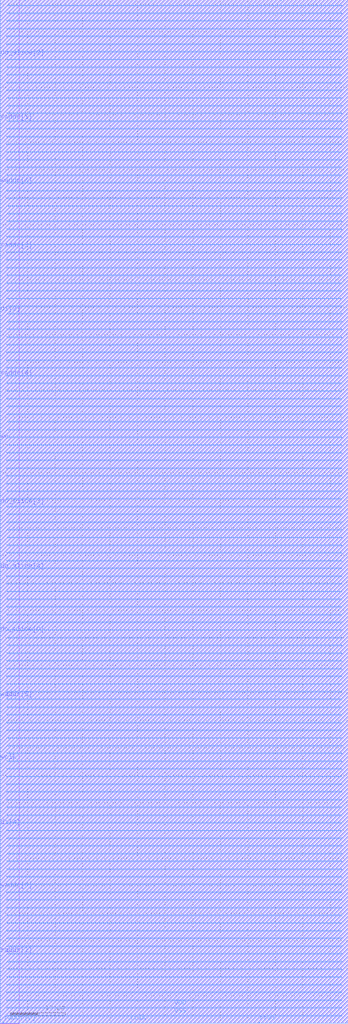
<source format=lef>
VERSION 5.8 ;
BUSBITCHARS "[]" ;
DIVIDERCHAR "/" ;
UNITS
    DATABASE MICRONS 2000 ;
END UNITS

MACRO memory_block_128x8
  FOREIGN memory_block_128x8 0 0 ;
  CLASS BLOCK ;
  SIZE 63.28 BY 185.84 ;
  PIN VSS
    USE GROUND ;
    DIRECTION INOUT ;
    PORT
      LAYER metal4 ;
        RECT  1.14 183.315 62.13 183.485 ;
        RECT  1.14 180.515 62.13 180.685 ;
        RECT  1.14 177.715 62.13 177.885 ;
        RECT  1.14 174.915 62.13 175.085 ;
        RECT  1.14 172.115 62.13 172.285 ;
        RECT  1.14 169.315 62.13 169.485 ;
        RECT  1.14 166.515 62.13 166.685 ;
        RECT  1.14 163.715 62.13 163.885 ;
        RECT  1.14 160.915 62.13 161.085 ;
        RECT  1.14 158.115 62.13 158.285 ;
        RECT  1.14 155.315 62.13 155.485 ;
        RECT  1.14 152.515 62.13 152.685 ;
        RECT  1.14 149.715 62.13 149.885 ;
        RECT  1.14 146.915 62.13 147.085 ;
        RECT  1.14 144.115 62.13 144.285 ;
        RECT  1.14 141.315 62.13 141.485 ;
        RECT  1.14 138.515 62.13 138.685 ;
        RECT  1.14 135.715 62.13 135.885 ;
        RECT  1.14 132.915 62.13 133.085 ;
        RECT  1.14 130.115 62.13 130.285 ;
        RECT  1.14 127.315 62.13 127.485 ;
        RECT  1.14 124.515 62.13 124.685 ;
        RECT  1.14 121.715 62.13 121.885 ;
        RECT  1.14 118.915 62.13 119.085 ;
        RECT  1.14 116.115 62.13 116.285 ;
        RECT  1.14 113.315 62.13 113.485 ;
        RECT  1.14 110.515 62.13 110.685 ;
        RECT  1.14 107.715 62.13 107.885 ;
        RECT  1.14 104.915 62.13 105.085 ;
        RECT  1.14 102.115 62.13 102.285 ;
        RECT  1.14 99.315 62.13 99.485 ;
        RECT  1.14 96.515 62.13 96.685 ;
        RECT  1.14 93.715 62.13 93.885 ;
        RECT  1.14 90.915 62.13 91.085 ;
        RECT  1.14 88.115 62.13 88.285 ;
        RECT  1.14 85.315 62.13 85.485 ;
        RECT  1.14 82.515 62.13 82.685 ;
        RECT  1.14 79.715 62.13 79.885 ;
        RECT  1.14 76.915 62.13 77.085 ;
        RECT  1.14 74.115 62.13 74.285 ;
        RECT  1.14 71.315 62.13 71.485 ;
        RECT  1.14 68.515 62.13 68.685 ;
        RECT  1.14 65.715 62.13 65.885 ;
        RECT  1.14 62.915 62.13 63.085 ;
        RECT  1.14 60.115 62.13 60.285 ;
        RECT  1.14 57.315 62.13 57.485 ;
        RECT  1.14 54.515 62.13 54.685 ;
        RECT  1.14 51.715 62.13 51.885 ;
        RECT  1.14 48.915 62.13 49.085 ;
        RECT  1.14 46.115 62.13 46.285 ;
        RECT  1.14 43.315 62.13 43.485 ;
        RECT  1.14 40.515 62.13 40.685 ;
        RECT  1.14 37.715 62.13 37.885 ;
        RECT  1.14 34.915 62.13 35.085 ;
        RECT  1.14 32.115 62.13 32.285 ;
        RECT  1.14 29.315 62.13 29.485 ;
        RECT  1.14 26.515 62.13 26.685 ;
        RECT  1.14 23.715 62.13 23.885 ;
        RECT  1.14 20.915 62.13 21.085 ;
        RECT  1.14 18.115 62.13 18.285 ;
        RECT  1.14 15.315 62.13 15.485 ;
        RECT  1.14 12.515 62.13 12.685 ;
        RECT  1.14 9.715 62.13 9.885 ;
        RECT  1.14 6.915 62.13 7.085 ;
        RECT  1.14 4.115 62.13 4.285 ;
        RECT  1.14 1.315 62.13 1.485 ;
    END
  END VSS
  PIN VDD
    USE POWER ;
    DIRECTION INOUT ;
    PORT
      LAYER metal4 ;
        RECT  1.14 184.715 62.13 184.885 ;
        RECT  1.14 181.915 62.13 182.085 ;
        RECT  1.14 179.115 62.13 179.285 ;
        RECT  1.14 176.315 62.13 176.485 ;
        RECT  1.14 173.515 62.13 173.685 ;
        RECT  1.14 170.715 62.13 170.885 ;
        RECT  1.14 167.915 62.13 168.085 ;
        RECT  1.14 165.115 62.13 165.285 ;
        RECT  1.14 162.315 62.13 162.485 ;
        RECT  1.14 159.515 62.13 159.685 ;
        RECT  1.14 156.715 62.13 156.885 ;
        RECT  1.14 153.915 62.13 154.085 ;
        RECT  1.14 151.115 62.13 151.285 ;
        RECT  1.14 148.315 62.13 148.485 ;
        RECT  1.14 145.515 62.13 145.685 ;
        RECT  1.14 142.715 62.13 142.885 ;
        RECT  1.14 139.915 62.13 140.085 ;
        RECT  1.14 137.115 62.13 137.285 ;
        RECT  1.14 134.315 62.13 134.485 ;
        RECT  1.14 131.515 62.13 131.685 ;
        RECT  1.14 128.715 62.13 128.885 ;
        RECT  1.14 125.915 62.13 126.085 ;
        RECT  1.14 123.115 62.13 123.285 ;
        RECT  1.14 120.315 62.13 120.485 ;
        RECT  1.14 117.515 62.13 117.685 ;
        RECT  1.14 114.715 62.13 114.885 ;
        RECT  1.14 111.915 62.13 112.085 ;
        RECT  1.14 109.115 62.13 109.285 ;
        RECT  1.14 106.315 62.13 106.485 ;
        RECT  1.14 103.515 62.13 103.685 ;
        RECT  1.14 100.715 62.13 100.885 ;
        RECT  1.14 97.915 62.13 98.085 ;
        RECT  1.14 95.115 62.13 95.285 ;
        RECT  1.14 92.315 62.13 92.485 ;
        RECT  1.14 89.515 62.13 89.685 ;
        RECT  1.14 86.715 62.13 86.885 ;
        RECT  1.14 83.915 62.13 84.085 ;
        RECT  1.14 81.115 62.13 81.285 ;
        RECT  1.14 78.315 62.13 78.485 ;
        RECT  1.14 75.515 62.13 75.685 ;
        RECT  1.14 72.715 62.13 72.885 ;
        RECT  1.14 69.915 62.13 70.085 ;
        RECT  1.14 67.115 62.13 67.285 ;
        RECT  1.14 64.315 62.13 64.485 ;
        RECT  1.14 61.515 62.13 61.685 ;
        RECT  1.14 58.715 62.13 58.885 ;
        RECT  1.14 55.915 62.13 56.085 ;
        RECT  1.14 53.115 62.13 53.285 ;
        RECT  1.14 50.315 62.13 50.485 ;
        RECT  1.14 47.515 62.13 47.685 ;
        RECT  1.14 44.715 62.13 44.885 ;
        RECT  1.14 41.915 62.13 42.085 ;
        RECT  1.14 39.115 62.13 39.285 ;
        RECT  1.14 36.315 62.13 36.485 ;
        RECT  1.14 33.515 62.13 33.685 ;
        RECT  1.14 30.715 62.13 30.885 ;
        RECT  1.14 27.915 62.13 28.085 ;
        RECT  1.14 25.115 62.13 25.285 ;
        RECT  1.14 22.315 62.13 22.485 ;
        RECT  1.14 19.515 62.13 19.685 ;
        RECT  1.14 16.715 62.13 16.885 ;
        RECT  1.14 13.915 62.13 14.085 ;
        RECT  1.14 11.115 62.13 11.285 ;
        RECT  1.14 8.315 62.13 8.485 ;
        RECT  1.14 5.515 62.13 5.685 ;
        RECT  1.14 2.715 62.13 2.885 ;
    END
  END VDD
  PIN di[0]
    DIRECTION INPUT ;
    USE SIGNAL ;
    PORT
      LAYER metal3 ;
        RECT  63.21 27.755 63.28 27.825 ;
    END
  END di[0]
  PIN di[1]
    DIRECTION INPUT ;
    USE SIGNAL ;
    PORT
      LAYER metal3 ;
        RECT  63.21 74.515 63.28 74.585 ;
    END
  END di[1]
  PIN di[2]
    DIRECTION INPUT ;
    USE SIGNAL ;
    PORT
      LAYER metal3 ;
        RECT  0 128.835 0.07 128.905 ;
    END
  END di[2]
  PIN di[3]
    DIRECTION INPUT ;
    USE SIGNAL ;
    PORT
      LAYER metal4 ;
        RECT  27.465 185.7 27.605 185.84 ;
    END
  END di[3]
  PIN di[4]
    DIRECTION INPUT ;
    USE SIGNAL ;
    PORT
      LAYER metal3 ;
        RECT  0 35.595 0.07 35.665 ;
    END
  END di[4]
  PIN di[5]
    DIRECTION INPUT ;
    USE SIGNAL ;
    PORT
      LAYER metal3 ;
        RECT  63.21 4.515 63.28 4.585 ;
    END
  END di[5]
  PIN di[6]
    DIRECTION INPUT ;
    USE SIGNAL ;
    PORT
      LAYER metal3 ;
        RECT  63.21 62.755 63.28 62.825 ;
    END
  END di[6]
  PIN di[7]
    DIRECTION INPUT ;
    USE SIGNAL ;
    PORT
      LAYER metal4 ;
        RECT  4.505 185.7 4.645 185.84 ;
    END
  END di[7]
  PIN do_slice[0]
    DIRECTION OUTPUT ;
    USE SIGNAL ;
    PORT
      LAYER metal3 ;
        RECT  0 70.595 0.07 70.665 ;
    END
  END do_slice[0]
  PIN do_slice[1]
    DIRECTION OUTPUT ;
    USE SIGNAL ;
    PORT
      LAYER metal3 ;
        RECT  63.21 144.235 63.28 144.305 ;
    END
  END do_slice[1]
  PIN do_slice[2]
    DIRECTION OUTPUT ;
    USE SIGNAL ;
    PORT
      LAYER metal3 ;
        RECT  0 175.315 0.07 175.385 ;
    END
  END do_slice[2]
  PIN do_slice[3]
    DIRECTION OUTPUT ;
    USE SIGNAL ;
    PORT
      LAYER metal3 ;
        RECT  0 93.835 0.07 93.905 ;
    END
  END do_slice[3]
  PIN do_slice[4]
    DIRECTION OUTPUT ;
    USE SIGNAL ;
    PORT
      LAYER metal3 ;
        RECT  0 82.075 0.07 82.145 ;
    END
  END do_slice[4]
  PIN do_slice[5]
    DIRECTION OUTPUT ;
    USE SIGNAL ;
    PORT
      LAYER metal3 ;
        RECT  63.21 85.995 63.28 86.065 ;
    END
  END do_slice[5]
  PIN do_slice[6]
    DIRECTION OUTPUT ;
    USE SIGNAL ;
    PORT
      LAYER metal3 ;
        RECT  63.21 132.475 63.28 132.545 ;
    END
  END do_slice[6]
  PIN do_slice[7]
    DIRECTION OUTPUT ;
    USE SIGNAL ;
    PORT
      LAYER metal3 ;
        RECT  63.21 155.995 63.28 156.065 ;
    END
  END do_slice[7]
  PIN raddr[0]
    DIRECTION INPUT ;
    USE SIGNAL ;
    PORT
      LAYER metal4 ;
        RECT  0.585 0 0.725 0.14 ;
    END
  END raddr[0]
  PIN raddr[1]
    DIRECTION INPUT ;
    USE SIGNAL ;
    PORT
      LAYER metal3 ;
        RECT  0 163.555 0.07 163.625 ;
    END
  END raddr[1]
  PIN raddr[2]
    DIRECTION INPUT ;
    USE SIGNAL ;
    PORT
      LAYER metal3 ;
        RECT  0 12.355 0.07 12.425 ;
    END
  END raddr[2]
  PIN raddr[3]
    DIRECTION INPUT ;
    USE SIGNAL ;
    PORT
      LAYER metal3 ;
        RECT  0 140.315 0.07 140.385 ;
    END
  END raddr[3]
  PIN raddr[4]
    DIRECTION INPUT ;
    USE SIGNAL ;
    PORT
      LAYER metal3 ;
        RECT  0 117.075 0.07 117.145 ;
    END
  END raddr[4]
  PIN raddr[5]
    DIRECTION INPUT ;
    USE SIGNAL ;
    PORT
      LAYER metal3 ;
        RECT  63.21 50.995 63.28 51.065 ;
    END
  END raddr[5]
  PIN raddr[6]
    DIRECTION INPUT ;
    USE SIGNAL ;
    PORT
      LAYER metal4 ;
        RECT  50.985 185.7 51.125 185.84 ;
    END
  END raddr[6]
  PIN rce
    DIRECTION INPUT ;
    USE SIGNAL ;
    PORT
      LAYER metal3 ;
        RECT  63.21 97.755 63.28 97.825 ;
    END
  END rce
  PIN rclk
    DIRECTION INPUT ;
    USE SIGNAL ;
    PORT
      LAYER metal4 ;
        RECT  23.545 0 23.685 0.14 ;
    END
  END rclk
  PIN rrst
    DIRECTION INPUT ;
    USE SIGNAL ;
    PORT
      LAYER metal4 ;
        RECT  47.065 0 47.205 0.14 ;
    END
  END rrst
  PIN waddr[0]
    DIRECTION INPUT ;
    USE SIGNAL ;
    PORT
      LAYER metal3 ;
        RECT  0 24.115 0.07 24.185 ;
    END
  END waddr[0]
  PIN waddr[1]
    DIRECTION INPUT ;
    USE SIGNAL ;
    PORT
      LAYER metal3 ;
        RECT  63.21 109.235 63.28 109.305 ;
    END
  END waddr[1]
  PIN waddr[2]
    DIRECTION INPUT ;
    USE SIGNAL ;
    PORT
      LAYER metal3 ;
        RECT  63.21 16.275 63.28 16.345 ;
    END
  END waddr[2]
  PIN waddr[3]
    DIRECTION INPUT ;
    USE SIGNAL ;
    PORT
      LAYER metal3 ;
        RECT  63.21 167.475 63.28 167.545 ;
    END
  END waddr[3]
  PIN waddr[4]
    DIRECTION INPUT ;
    USE SIGNAL ;
    PORT
      LAYER metal3 ;
        RECT  63.21 179.235 63.28 179.305 ;
    END
  END waddr[4]
  PIN waddr[5]
    DIRECTION INPUT ;
    USE SIGNAL ;
    PORT
      LAYER metal3 ;
        RECT  0 58.835 0.07 58.905 ;
    END
  END waddr[5]
  PIN waddr[6]
    DIRECTION INPUT ;
    USE SIGNAL ;
    PORT
      LAYER metal3 ;
        RECT  0 152.075 0.07 152.145 ;
    END
  END waddr[6]
  PIN wce
    DIRECTION INPUT ;
    USE SIGNAL ;
    PORT
      LAYER metal3 ;
        RECT  63.21 39.515 63.28 39.585 ;
    END
  END wce
  PIN wclk
    DIRECTION INPUT ;
    USE SIGNAL ;
    PORT
      LAYER metal3 ;
        RECT  0 47.355 0.07 47.425 ;
    END
  END wclk
  PIN we
    DIRECTION INPUT ;
    USE SIGNAL ;
    PORT
      LAYER metal3 ;
        RECT  0 105.595 0.07 105.665 ;
    END
  END we
  PIN wrst
    DIRECTION INPUT ;
    USE SIGNAL ;
    PORT
      LAYER metal3 ;
        RECT  63.21 120.995 63.28 121.065 ;
    END
  END wrst
  OBS
    LAYER metal1 ;
     RECT  0 -0.085 3.42 185.84 ;
     RECT  3.42 0 63.28 185.84 ;
    LAYER metal2 ;
     RECT  0 0 63.28 185.84 ;
    LAYER metal3 ;
     RECT  0 0 63.28 185.84 ;
    LAYER metal4 ;
     RECT  0 0 63.28 185.84 ;
  END
END memory_block_128x8
END LIBRARY

</source>
